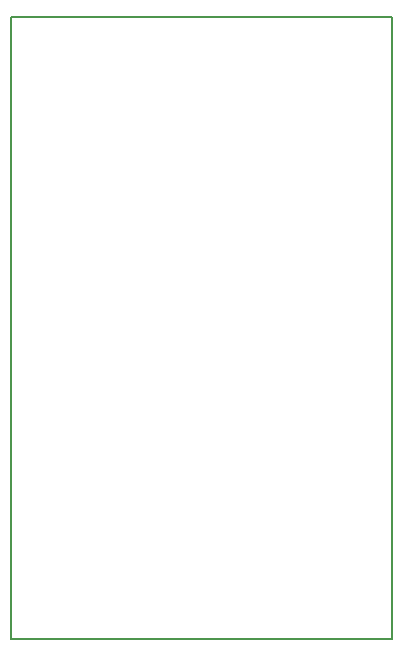
<source format=gm1>
G04 MADE WITH FRITZING*
G04 WWW.FRITZING.ORG*
G04 DOUBLE SIDED*
G04 HOLES PLATED*
G04 CONTOUR ON CENTER OF CONTOUR VECTOR*
%ASAXBY*%
%FSLAX23Y23*%
%MOIN*%
%OFA0B0*%
%SFA1.0B1.0*%
%ADD10R,1.278810X2.082280*%
%ADD11C,0.008000*%
%ADD10C,0.008*%
%LNCONTOUR*%
G90*
G70*
G54D10*
G54D11*
X4Y2078D02*
X1275Y2078D01*
X1275Y4D01*
X4Y4D01*
X4Y2078D01*
D02*
G04 End of contour*
M02*
</source>
